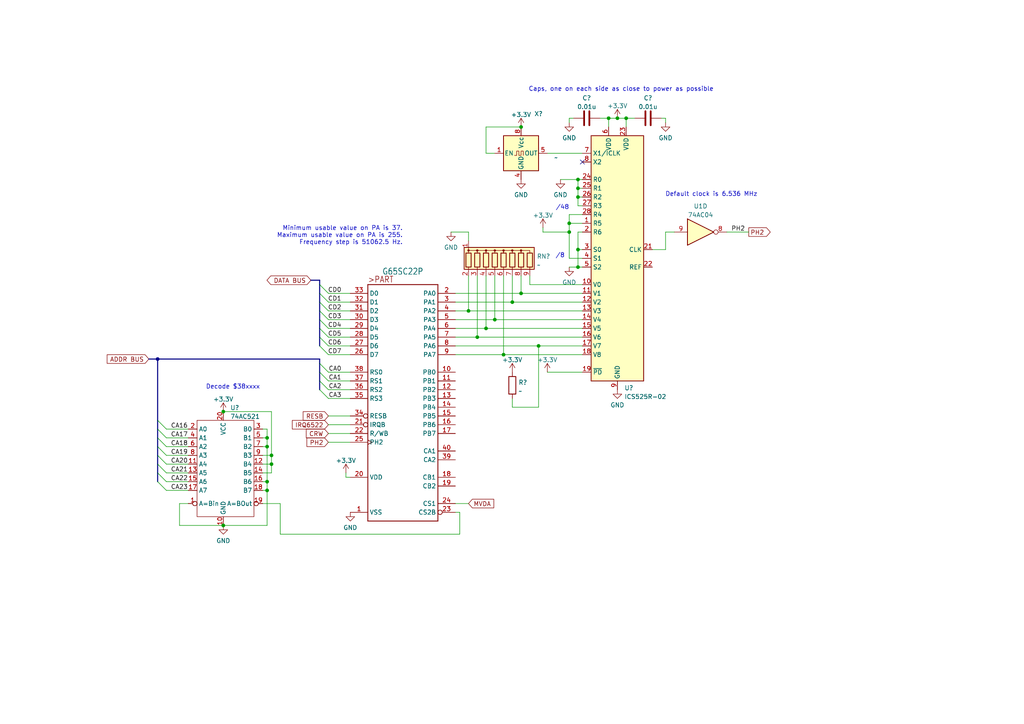
<source format=kicad_sch>
(kicad_sch (version 20211123) (generator eeschema)
  (paper "A4")
  (lib_symbols
    (symbol "74xx:74LS04"
      (property "Reference" "U" (at 0 1.27 0))
      (property "Value" "74LS04" (at 0 -1.27 0))
      (symbol "74LS04_1_0"
        (polyline (pts (xy -3.81 3.81) (xy -3.81 -3.81) (xy 3.81 0) (xy -3.81 3.81)) (stroke (width 0.254)) (fill (type background)))
        (pin input line (at -7.62 0 0) (length 3.81) (name "~") (number "1"))
        (pin output inverted (at 7.62 0 180) (length 3.81) (name "~") (number "2"))
      )
      (symbol "74LS04_2_0"
        (polyline (pts (xy -3.81 3.81) (xy -3.81 -3.81) (xy 3.81 0) (xy -3.81 3.81)) (stroke (width 0.254)) (fill (type background)))
        (pin input line (at -7.62 0 0) (length 3.81) (name "~") (number "3"))
        (pin output inverted (at 7.62 0 180) (length 3.81) (name "~") (number "4"))
      )
      (symbol "74LS04_3_0"
        (polyline (pts (xy -3.81 3.81) (xy -3.81 -3.81) (xy 3.81 0) (xy -3.81 3.81)) (stroke (width 0.254)) (fill (type background)))
        (pin input line (at -7.62 0 0) (length 3.81) (name "~") (number "5"))
        (pin output inverted (at 7.62 0 180) (length 3.81) (name "~") (number "6"))
      )
      (symbol "74LS04_4_0"
        (polyline (pts (xy -3.81 3.81) (xy -3.81 -3.81) (xy 3.81 0) (xy -3.81 3.81)) (stroke (width 0.254)) (fill (type background)))
        (pin output inverted (at 7.62 0 180) (length 3.81) (name "~") (number "8"))
        (pin input line (at -7.62 0 0) (length 3.81) (name "~") (number "9"))
      )
      (symbol "74LS04_5_0"
        (polyline (pts (xy -3.81 3.81) (xy -3.81 -3.81) (xy 3.81 0) (xy -3.81 3.81)) (stroke (width 0.254)) (fill (type background)))
        (pin output inverted (at 7.62 0 180) (length 3.81) (name "~") (number "10"))
        (pin input line (at -7.62 0 0) (length 3.81) (name "~") (number "11"))
      )
      (symbol "74LS04_6_0"
        (polyline (pts (xy -3.81 3.81) (xy -3.81 -3.81) (xy 3.81 0) (xy -3.81 3.81)) (stroke (width 0.254)) (fill (type background)))
        (pin output inverted (at 7.62 0 180) (length 3.81) (name "~") (number "12"))
        (pin input line (at -7.62 0 0) (length 3.81) (name "~") (number "13"))
      )
      (symbol "74LS04_7_0"
        (pin power_in line (at 0 12.7 270) (length 5.08) (name "VCC") (number "14"))
        (pin power_in line (at 0 -12.7 90) (length 5.08) (name "GND") (number "7"))
      )
      (symbol "74LS04_7_1"
        (rectangle (start -5.08 7.62) (end 5.08 -7.62) (stroke (width 0.254)) (fill (type background)))
      )
    )
    (symbol "Device:C" (pin_numbers hide) (pin_names (offset 0.254))
      (property "Reference" "C" (at 0.635 2.54 0))
      (property "Value" "C" (at 0.635 -2.54 0))
      (symbol "C_0_1"
        (polyline (pts (xy -2.032 -0.762) (xy 2.032 -0.762)) (stroke (width 0.508)))
        (polyline (pts (xy -2.032 0.762) (xy 2.032 0.762)) (stroke (width 0.508)))
      )
      (symbol "C_1_1"
        (pin passive line (at 0 3.81 270) (length 2.794) (name "~") (number "1"))
        (pin passive line (at 0 -3.81 90) (length 2.794) (name "~") (number "2"))
      )
    )
    (symbol "Device:R" (pin_numbers hide) (pin_names (offset 0))
      (property "Reference" "R" (at 2.032 0 90))
      (property "Value" "R" (at 0 0 90))
      (symbol "R_0_1"
        (rectangle (start -1.016 -2.54) (end 1.016 2.54) (stroke (width 0.254)))
      )
      (symbol "R_1_1"
        (pin passive line (at 0 3.81 270) (length 1.27) (name "~") (number "1"))
        (pin passive line (at 0 -3.81 90) (length 1.27) (name "~") (number "2"))
      )
    )
    (symbol "Device:R_Network08" (pin_names (offset 0) hide)
      (property "Reference" "RN" (at -12.7 0 90))
      (property "Value" "R_Network08" (at 10.16 0 90))
      (symbol "R_Network08_0_1"
        (rectangle (start -11.43 -3.175) (end 8.89 3.175) (stroke (width 0.254)) (fill (type background)))
        (rectangle (start -10.922 1.524) (end -9.398 -2.54) (stroke (width 0.254)))
        (circle (center -10.16 2.286) (radius 0.254) (fill (type outline)))
        (rectangle (start -8.382 1.524) (end -6.858 -2.54) (stroke (width 0.254)))
        (circle (center -7.62 2.286) (radius 0.254) (fill (type outline)))
        (rectangle (start -5.842 1.524) (end -4.318 -2.54) (stroke (width 0.254)))
        (circle (center -5.08 2.286) (radius 0.254) (fill (type outline)))
        (rectangle (start -3.302 1.524) (end -1.778 -2.54) (stroke (width 0.254)))
        (circle (center -2.54 2.286) (radius 0.254) (fill (type outline)))
        (rectangle (start -0.762 1.524) (end 0.762 -2.54) (stroke (width 0.254)))
        (polyline (pts (xy -10.16 -2.54) (xy -10.16 -3.81)))
        (polyline (pts (xy -7.62 -2.54) (xy -7.62 -3.81)))
        (polyline (pts (xy -5.08 -2.54) (xy -5.08 -3.81)))
        (polyline (pts (xy -2.54 -2.54) (xy -2.54 -3.81)))
        (polyline (pts (xy 0 -2.54) (xy 0 -3.81)))
        (polyline (pts (xy 2.54 -2.54) (xy 2.54 -3.81)))
        (polyline (pts (xy 5.08 -2.54) (xy 5.08 -3.81)))
        (polyline (pts (xy 7.62 -2.54) (xy 7.62 -3.81)))
        (polyline (pts (xy -10.16 1.524) (xy -10.16 2.286) (xy -7.62 2.286) (xy -7.62 1.524)))
        (polyline (pts (xy -7.62 1.524) (xy -7.62 2.286) (xy -5.08 2.286) (xy -5.08 1.524)))
        (polyline (pts (xy -5.08 1.524) (xy -5.08 2.286) (xy -2.54 2.286) (xy -2.54 1.524)))
        (polyline (pts (xy -2.54 1.524) (xy -2.54 2.286) (xy 0 2.286) (xy 0 1.524)))
        (polyline (pts (xy 0 1.524) (xy 0 2.286) (xy 2.54 2.286) (xy 2.54 1.524)))
        (polyline (pts (xy 2.54 1.524) (xy 2.54 2.286) (xy 5.08 2.286) (xy 5.08 1.524)))
        (polyline (pts (xy 5.08 1.524) (xy 5.08 2.286) (xy 7.62 2.286) (xy 7.62 1.524)))
        (circle (center 0 2.286) (radius 0.254) (fill (type outline)))
        (rectangle (start 1.778 1.524) (end 3.302 -2.54) (stroke (width 0.254)))
        (circle (center 2.54 2.286) (radius 0.254) (fill (type outline)))
        (rectangle (start 4.318 1.524) (end 5.842 -2.54) (stroke (width 0.254)))
        (circle (center 5.08 2.286) (radius 0.254) (fill (type outline)))
        (rectangle (start 6.858 1.524) (end 8.382 -2.54) (stroke (width 0.254)))
      )
      (symbol "R_Network08_1_1"
        (pin passive line (at -10.16 5.08 270) (length 2.54) (name "common") (number "1"))
        (pin passive line (at -10.16 -5.08 90) (length 1.27) (name "R1") (number "2"))
        (pin passive line (at -7.62 -5.08 90) (length 1.27) (name "R2") (number "3"))
        (pin passive line (at -5.08 -5.08 90) (length 1.27) (name "R3") (number "4"))
        (pin passive line (at -2.54 -5.08 90) (length 1.27) (name "R4") (number "5"))
        (pin passive line (at 0 -5.08 90) (length 1.27) (name "R5") (number "6"))
        (pin passive line (at 2.54 -5.08 90) (length 1.27) (name "R6") (number "7"))
        (pin passive line (at 5.08 -5.08 90) (length 1.27) (name "R7") (number "8"))
        (pin passive line (at 7.62 -5.08 90) (length 1.27) (name "R8") (number "9"))
      )
    )
    (symbol "MyLib:74F521"
      (property "Reference" "U" (at -1.27 -1.27 0))
      (property "Value" "74F521" (at 0 1.27 0))
      (symbol "74F521_0_1"
        (rectangle (start -8.89 12.7) (end 7.62 -15.24) (stroke (width 0.1524)))
      )
      (symbol "74F521_1_1"
        (pin input inverted (at -11.43 -11.43 0) (length 2.54) (name "A=Bin") (number "1"))
        (pin power_in line (at -1.27 -17.78 90) (length 2.54) (name "GND") (number "10"))
        (pin input line (at -11.43 0 0) (length 2.54) (name "A4") (number "11"))
        (pin input line (at 10.16 0 180) (length 2.54) (name "B4") (number "12"))
        (pin input line (at -11.43 -2.54 0) (length 2.54) (name "A5") (number "13"))
        (pin input line (at 10.16 -2.54 180) (length 2.54) (name "B5") (number "14"))
        (pin input line (at -11.43 -5.08 0) (length 2.54) (name "A6") (number "15"))
        (pin input line (at 10.16 -5.08 180) (length 2.54) (name "B6") (number "16"))
        (pin input line (at -11.43 -7.62 0) (length 2.54) (name "A7") (number "17"))
        (pin input line (at 10.16 -7.62 180) (length 2.54) (name "B7") (number "18"))
        (pin input inverted (at 10.16 -11.43 180) (length 2.54) (name "A=BOut") (number "19"))
        (pin input line (at -11.43 10.16 0) (length 2.54) (name "A0") (number "2"))
        (pin power_in line (at -1.27 15.24 270) (length 2.54) (name "VCC") (number "20"))
        (pin input line (at 10.16 10.16 180) (length 2.54) (name "B0") (number "3"))
        (pin input line (at -11.43 7.62 0) (length 2.54) (name "A1") (number "4"))
        (pin input line (at 10.16 7.62 180) (length 2.54) (name "B1") (number "5"))
        (pin input line (at -11.43 5.08 0) (length 2.54) (name "A2") (number "6"))
        (pin input line (at 10.16 5.08 180) (length 2.54) (name "B2") (number "7"))
        (pin input line (at -11.43 2.54 0) (length 2.54) (name "A3") (number "8"))
        (pin input line (at 10.16 2.54 180) (length 2.54) (name "B3") (number "9"))
      )
    )
    (symbol "MyLib:G65SC22P"
      (property "Value" "G65SC22P" (at -10.16 -43.18 0))
      (symbol "G65SC22P_1_0"
        (polyline (pts (xy -10.16 -40.64) (xy -10.16 27.94)) (stroke (width 0.254)))
        (polyline (pts (xy -10.16 27.94) (xy 10.16 27.94)) (stroke (width 0.254)))
        (polyline (pts (xy 10.16 -40.64) (xy -10.16 -40.64)) (stroke (width 0.254)))
        (polyline (pts (xy 10.16 27.94) (xy 10.16 -40.64)) (stroke (width 0.254)))
        (text ">PART" (at -10.16 30.48 0) (effects (font (size 1.778 1.5113)) (justify left top)))
        (pin power_in line (at -15.24 -38.1 0) (length 5.08) (name "VSS") (number "1"))
        (pin bidirectional line (at 15.24 2.54 180) (length 5.08) (name "PB0") (number "10"))
        (pin bidirectional line (at 15.24 0 180) (length 5.08) (name "PB1") (number "11"))
        (pin bidirectional line (at 15.24 -2.54 180) (length 5.08) (name "PB2") (number "12"))
        (pin bidirectional line (at 15.24 -5.08 180) (length 5.08) (name "PB3") (number "13"))
        (pin bidirectional line (at 15.24 -7.62 180) (length 5.08) (name "PB4") (number "14"))
        (pin bidirectional line (at 15.24 -10.16 180) (length 5.08) (name "PB5") (number "15"))
        (pin bidirectional line (at 15.24 -12.7 180) (length 5.08) (name "PB6") (number "16"))
        (pin bidirectional line (at 15.24 -15.24 180) (length 5.08) (name "PB7") (number "17"))
        (pin bidirectional line (at 15.24 -27.94 180) (length 5.08) (name "CB1") (number "18"))
        (pin bidirectional line (at 15.24 -30.48 180) (length 5.08) (name "CB2") (number "19"))
        (pin bidirectional line (at 15.24 25.4 180) (length 5.08) (name "PA0") (number "2"))
        (pin power_in line (at -15.24 -27.94 0) (length 5.08) (name "VDD") (number "20"))
        (pin output inverted (at -15.24 -12.7 0) (length 5.08) (name "IRQB") (number "21"))
        (pin input line (at -15.24 -15.24 0) (length 5.08) (name "R/WB") (number "22"))
        (pin input inverted (at 15.24 -38.1 180) (length 5.08) (name "CS2B") (number "23"))
        (pin input line (at 15.24 -35.56 180) (length 5.08) (name "CS1") (number "24"))
        (pin input clock (at -15.24 -17.78 0) (length 5.08) (name "PH2") (number "25"))
        (pin bidirectional line (at -15.24 7.62 0) (length 5.08) (name "D7") (number "26"))
        (pin bidirectional line (at -15.24 10.16 0) (length 5.08) (name "D6") (number "27"))
        (pin bidirectional line (at -15.24 12.7 0) (length 5.08) (name "D5") (number "28"))
        (pin bidirectional line (at -15.24 15.24 0) (length 5.08) (name "D4") (number "29"))
        (pin bidirectional line (at 15.24 22.86 180) (length 5.08) (name "PA1") (number "3"))
        (pin bidirectional line (at -15.24 17.78 0) (length 5.08) (name "D3") (number "30"))
        (pin bidirectional line (at -15.24 20.32 0) (length 5.08) (name "D2") (number "31"))
        (pin bidirectional line (at -15.24 22.86 0) (length 5.08) (name "D1") (number "32"))
        (pin bidirectional line (at -15.24 25.4 0) (length 5.08) (name "D0") (number "33"))
        (pin input inverted (at -15.24 -10.16 0) (length 5.08) (name "RESB") (number "34"))
        (pin input line (at -15.24 -5.08 0) (length 5.08) (name "RS3") (number "35"))
        (pin input line (at -15.24 -2.54 0) (length 5.08) (name "RS2") (number "36"))
        (pin input line (at -15.24 0 0) (length 5.08) (name "RS1") (number "37"))
        (pin input line (at -15.24 2.54 0) (length 5.08) (name "RS0") (number "38"))
        (pin bidirectional line (at 15.24 -22.86 180) (length 5.08) (name "CA2") (number "39"))
        (pin bidirectional line (at 15.24 20.32 180) (length 5.08) (name "PA2") (number "4"))
        (pin bidirectional line (at 15.24 -20.32 180) (length 5.08) (name "CA1") (number "40"))
        (pin bidirectional line (at 15.24 17.78 180) (length 5.08) (name "PA3") (number "5"))
        (pin bidirectional line (at 15.24 15.24 180) (length 5.08) (name "PA4") (number "6"))
        (pin bidirectional line (at 15.24 12.7 180) (length 5.08) (name "PA5") (number "7"))
        (pin bidirectional line (at 15.24 10.16 180) (length 5.08) (name "PA6") (number "8"))
        (pin bidirectional line (at 15.24 7.62 180) (length 5.08) (name "PA7") (number "9"))
      )
    )
    (symbol "Oscillator:CXO_DIP8" (pin_names (offset 0.254))
      (property "Reference" "X" (at -5.08 6.35 0))
      (property "Value" "CXO_DIP8" (at 1.27 -6.35 0))
      (symbol "CXO_DIP8_0_1"
        (rectangle (start -5.08 5.08) (end 5.08 -5.08) (stroke (width 0.254)) (fill (type background)))
        (polyline (pts (xy -1.905 -0.635) (xy -1.27 -0.635) (xy -1.27 0.635) (xy -0.635 0.635) (xy -0.635 -0.635) (xy 0 -0.635) (xy 0 0.635) (xy 0.635 0.635) (xy 0.635 -0.635)))
      )
      (symbol "CXO_DIP8_1_1"
        (pin input line (at -7.62 0 0) (length 2.54) (name "EN") (number "1"))
        (pin power_in line (at 0 -7.62 90) (length 2.54) (name "GND") (number "4"))
        (pin output line (at 7.62 0 180) (length 2.54) (name "OUT") (number "5"))
        (pin power_in line (at 0 7.62 270) (length 2.54) (name "Vcc") (number "8"))
      )
    )
    (symbol "Timer_PLL:ICS525R-02"
      (property "Reference" "U" (at -5.08 36.83 0))
      (property "Value" "ICS525R-02" (at 7.62 -36.83 0))
      (symbol "ICS525R-02_0_1"
        (rectangle (start -7.62 35.56) (end 7.62 -35.56) (stroke (width 0.254)) (fill (type background)))
      )
      (symbol "ICS525R-02_1_1"
        (pin input line (at -10.16 10.16 0) (length 2.54) (name "R5") (number "1"))
        (pin input line (at -10.16 -7.62 0) (length 2.54) (name "V0") (number "10"))
        (pin input line (at -10.16 -10.16 0) (length 2.54) (name "V1") (number "11"))
        (pin input line (at -10.16 -12.7 0) (length 2.54) (name "V2") (number "12"))
        (pin input line (at -10.16 -15.24 0) (length 2.54) (name "V3") (number "13"))
        (pin input line (at -10.16 -17.78 0) (length 2.54) (name "V4") (number "14"))
        (pin input line (at -10.16 -20.32 0) (length 2.54) (name "V5") (number "15"))
        (pin input line (at -10.16 -22.86 0) (length 2.54) (name "V6") (number "16"))
        (pin input line (at -10.16 -25.4 0) (length 2.54) (name "V7") (number "17"))
        (pin input line (at -10.16 -27.94 0) (length 2.54) (name "V8") (number "18"))
        (pin input line (at -10.16 -33.02 0) (length 2.54) (name "~{PD}") (number "19"))
        (pin input line (at -10.16 7.62 0) (length 2.54) (name "R6") (number "2"))
        (pin passive line (at 0 -38.1 90) (length 2.54) hide (name "GND") (number "20"))
        (pin tri_state line (at 10.16 2.54 180) (length 2.54) (name "CLK") (number "21"))
        (pin tri_state line (at 10.16 -2.54 180) (length 2.54) (name "REF") (number "22"))
        (pin power_in line (at 2.54 38.1 270) (length 2.54) (name "VDD") (number "23"))
        (pin input line (at -10.16 22.86 0) (length 2.54) (name "R0") (number "24"))
        (pin input line (at -10.16 20.32 0) (length 2.54) (name "R1") (number "25"))
        (pin input line (at -10.16 17.78 0) (length 2.54) (name "R2") (number "26"))
        (pin input line (at -10.16 15.24 0) (length 2.54) (name "R3") (number "27"))
        (pin input line (at -10.16 12.7 0) (length 2.54) (name "R4") (number "28"))
        (pin input line (at -10.16 2.54 0) (length 2.54) (name "S0") (number "3"))
        (pin input line (at -10.16 0 0) (length 2.54) (name "S1") (number "4"))
        (pin input line (at -10.16 -2.54 0) (length 2.54) (name "S2") (number "5"))
        (pin power_in line (at -2.54 38.1 270) (length 2.54) (name "VDD") (number "6"))
        (pin input line (at -10.16 30.48 0) (length 2.54) (name "X1/ICLK") (number "7"))
        (pin output line (at -10.16 27.94 0) (length 2.54) (name "X2") (number "8"))
        (pin power_in line (at 0 -38.1 90) (length 2.54) (name "GND") (number "9"))
      )
    )
    (symbol "power:+3.3V" (power) (pin_names (offset 0))
      (property "Value" "+3.3V" (at 0 3.556 0))
      (symbol "+3.3V_0_1"
        (polyline (pts (xy -0.762 1.27) (xy 0 2.54)))
        (polyline (pts (xy 0 0) (xy 0 2.54)))
        (polyline (pts (xy 0 2.54) (xy 0.762 1.27)))
      )
      (symbol "+3.3V_1_1"
        (pin power_in line (at 0 0 90) (length 0) hide (name "+3.3V") (number "1"))
      )
    )
    (symbol "power:GND" (power) (pin_names (offset 0))
      (property "Value" "GND" (at 0 -3.81 0))
      (symbol "GND_0_1"
        (polyline (pts (xy 0 0) (xy 0 -1.27) (xy 1.27 -1.27) (xy 0 -2.54) (xy -1.27 -1.27) (xy 0 -1.27)))
      )
      (symbol "GND_1_1"
        (pin power_in line (at 0 0 270) (length 0) hide (name "GND") (number "1"))
      )
    )
  )
  (junction (at 181.61 34.29))
  (junction (at 77.47 129.54))
  (junction (at 176.53 34.29))
  (junction (at 165.1 64.77))
  (junction (at 77.47 139.7))
  (junction (at 167.64 72.39))
  (junction (at 45.72 104.14))
  (junction (at 143.51 92.71))
  (junction (at 167.64 52.07))
  (junction (at 140.97 95.25))
  (junction (at 156.21 100.33))
  (junction (at 151.13 85.09))
  (junction (at 179.07 34.29))
  (junction (at 138.43 97.79))
  (junction (at 165.1 67.31))
  (junction (at 77.47 142.24))
  (junction (at 167.64 57.15))
  (junction (at 146.05 102.87))
  (junction (at 148.59 87.63))
  (junction (at 167.64 77.47))
  (junction (at 135.89 90.17))
  (junction (at 77.47 127))
  (junction (at 64.77 152.4))
  (junction (at 151.13 36.83))
  (junction (at 64.77 119.38))
  (junction (at 167.64 54.61))
  (junction (at 78.74 134.62))
  (junction (at 78.74 132.08))
  (no_connect (at 168.91 46.99))
  (bus_entry (at 92.71 107.95) (size 2.54 2.54))
  (bus_entry (at 92.71 110.49) (size 2.54 2.54))
  (bus_entry (at 92.71 113.03) (size 2.54 2.54))
  (bus_entry (at 92.71 105.41) (size 2.54 2.54))
  (bus_entry (at 92.71 100.33) (size 2.54 2.54))
  (bus_entry (at 92.71 97.79) (size 2.54 2.54))
  (bus_entry (at 92.71 90.17) (size 2.54 2.54))
  (bus_entry (at 92.71 87.63) (size 2.54 2.54))
  (bus_entry (at 92.71 82.55) (size 2.54 2.54))
  (bus_entry (at 92.71 85.09) (size 2.54 2.54))
  (bus_entry (at 92.71 92.71) (size 2.54 2.54))
  (bus_entry (at 92.71 95.25) (size 2.54 2.54))
  (bus_entry (at 45.72 127) (size 2.54 2.54))
  (bus_entry (at 45.72 139.7) (size 2.54 2.54))
  (bus_entry (at 45.72 137.16) (size 2.54 2.54))
  (bus_entry (at 45.72 129.54) (size 2.54 2.54))
  (bus_entry (at 45.72 124.46) (size 2.54 2.54))
  (bus_entry (at 45.72 121.92) (size 2.54 2.54))
  (bus_entry (at 45.72 134.62) (size 2.54 2.54))
  (bus_entry (at 45.72 132.08) (size 2.54 2.54))
  (wire (pts (xy 143.51 92.71) (xy 168.91 92.71)))
  (wire (pts (xy 148.59 87.63) (xy 132.08 87.63)))
  (wire (pts (xy 140.97 95.25) (xy 168.91 95.25)))
  (wire (pts (xy 165.1 62.23) (xy 168.91 62.23)))
  (wire (pts (xy 78.74 137.16) (xy 78.74 134.62)))
  (wire (pts (xy 81.28 154.94) (xy 81.28 146.05)))
  (wire (pts (xy 78.74 134.62) (xy 78.74 132.08)))
  (wire (pts (xy 76.2 137.16) (xy 78.74 137.16)))
  (bus (pts (xy 92.71 81.28) (xy 90.17 81.28)))
  (wire (pts (xy 167.64 59.69) (xy 167.64 57.15)))
  (wire (pts (xy 77.47 152.4) (xy 64.77 152.4)))
  (wire (pts (xy 101.6 138.43) (xy 100.33 138.43)))
  (wire (pts (xy 168.91 67.31) (xy 167.64 67.31)))
  (wire (pts (xy 132.08 97.79) (xy 138.43 97.79)))
  (wire (pts (xy 165.1 62.23) (xy 165.1 64.77)))
  (wire (pts (xy 168.91 74.93) (xy 165.1 74.93)))
  (wire (pts (xy 54.61 137.16) (xy 48.26 137.16)))
  (wire (pts (xy 138.43 97.79) (xy 168.91 97.79)))
  (wire (pts (xy 179.07 34.29) (xy 181.61 34.29)))
  (wire (pts (xy 181.61 34.29) (xy 181.61 36.83)))
  (wire (pts (xy 151.13 80.01) (xy 151.13 85.09)))
  (wire (pts (xy 165.1 64.77) (xy 168.91 64.77)))
  (wire (pts (xy 76.2 139.7) (xy 77.47 139.7)))
  (wire (pts (xy 101.6 90.17) (xy 95.25 90.17)))
  (bus (pts (xy 45.72 124.46) (xy 45.72 121.92)))
  (wire (pts (xy 143.51 80.01) (xy 143.51 92.71)))
  (wire (pts (xy 173.99 34.29) (xy 176.53 34.29)))
  (wire (pts (xy 165.1 74.93) (xy 165.1 67.31)))
  (wire (pts (xy 151.13 85.09) (xy 168.91 85.09)))
  (wire (pts (xy 78.74 132.08) (xy 78.74 119.38)))
  (wire (pts (xy 101.6 120.65) (xy 95.25 120.65)))
  (wire (pts (xy 133.35 154.94) (xy 81.28 154.94)))
  (wire (pts (xy 210.82 67.31) (xy 217.17 67.31)))
  (wire (pts (xy 77.47 124.46) (xy 77.47 127)))
  (wire (pts (xy 167.64 54.61) (xy 167.64 52.07)))
  (wire (pts (xy 101.6 107.95) (xy 95.25 107.95)))
  (wire (pts (xy 167.64 52.07) (xy 162.56 52.07)))
  (wire (pts (xy 146.05 102.87) (xy 168.91 102.87)))
  (wire (pts (xy 101.6 85.09) (xy 95.25 85.09)))
  (bus (pts (xy 45.72 104.14) (xy 43.18 104.14)))
  (bus (pts (xy 45.72 132.08) (xy 45.72 129.54)))
  (wire (pts (xy 135.89 67.31) (xy 135.89 69.85)))
  (bus (pts (xy 45.72 137.16) (xy 45.72 134.62)))
  (bus (pts (xy 92.71 105.41) (xy 92.71 104.14)))
  (wire (pts (xy 52.07 146.05) (xy 52.07 152.4)))
  (wire (pts (xy 54.61 129.54) (xy 48.26 129.54)))
  (wire (pts (xy 148.59 118.11) (xy 148.59 115.57)))
  (bus (pts (xy 45.72 139.7) (xy 45.72 137.16)))
  (wire (pts (xy 54.61 142.24) (xy 48.26 142.24)))
  (wire (pts (xy 167.64 57.15) (xy 167.64 54.61)))
  (bus (pts (xy 45.72 121.92) (xy 45.72 104.14)))
  (wire (pts (xy 77.47 129.54) (xy 77.47 139.7)))
  (wire (pts (xy 101.6 113.03) (xy 95.25 113.03)))
  (wire (pts (xy 101.6 110.49) (xy 95.25 110.49)))
  (wire (pts (xy 193.04 67.31) (xy 193.04 72.39)))
  (wire (pts (xy 153.67 80.01) (xy 153.67 82.55)))
  (wire (pts (xy 176.53 36.83) (xy 176.53 34.29)))
  (wire (pts (xy 167.64 67.31) (xy 167.64 72.39)))
  (wire (pts (xy 78.74 119.38) (xy 64.77 119.38)))
  (wire (pts (xy 156.21 100.33) (xy 168.91 100.33)))
  (wire (pts (xy 140.97 95.25) (xy 132.08 95.25)))
  (wire (pts (xy 77.47 127) (xy 77.47 129.54)))
  (wire (pts (xy 193.04 67.31) (xy 195.58 67.31)))
  (wire (pts (xy 101.6 92.71) (xy 95.25 92.71)))
  (bus (pts (xy 92.71 87.63) (xy 92.71 85.09)))
  (wire (pts (xy 54.61 134.62) (xy 48.26 134.62)))
  (wire (pts (xy 168.91 72.39) (xy 167.64 72.39)))
  (wire (pts (xy 132.08 90.17) (xy 135.89 90.17)))
  (wire (pts (xy 101.6 123.19) (xy 95.25 123.19)))
  (wire (pts (xy 165.1 34.29) (xy 165.1 35.56)))
  (wire (pts (xy 101.6 115.57) (xy 95.25 115.57)))
  (wire (pts (xy 54.61 132.08) (xy 48.26 132.08)))
  (wire (pts (xy 140.97 36.83) (xy 151.13 36.83)))
  (wire (pts (xy 76.2 124.46) (xy 77.47 124.46)))
  (wire (pts (xy 166.37 34.29) (xy 165.1 34.29)))
  (wire (pts (xy 189.23 72.39) (xy 193.04 72.39)))
  (wire (pts (xy 133.35 148.59) (xy 133.35 154.94)))
  (wire (pts (xy 76.2 127) (xy 77.47 127)))
  (bus (pts (xy 45.72 127) (xy 45.72 124.46)))
  (wire (pts (xy 168.91 57.15) (xy 167.64 57.15)))
  (wire (pts (xy 165.1 77.47) (xy 167.64 77.47)))
  (wire (pts (xy 100.33 138.43) (xy 100.33 137.16)))
  (wire (pts (xy 76.2 134.62) (xy 78.74 134.62)))
  (wire (pts (xy 76.2 132.08) (xy 78.74 132.08)))
  (wire (pts (xy 101.6 125.73) (xy 95.25 125.73)))
  (wire (pts (xy 156.21 100.33) (xy 156.21 118.11)))
  (bus (pts (xy 92.71 100.33) (xy 92.71 97.79)))
  (wire (pts (xy 101.6 100.33) (xy 95.25 100.33)))
  (wire (pts (xy 167.64 72.39) (xy 167.64 77.47)))
  (wire (pts (xy 176.53 34.29) (xy 179.07 34.29)))
  (bus (pts (xy 92.71 104.14) (xy 45.72 104.14)))
  (wire (pts (xy 157.48 67.31) (xy 157.48 66.04)))
  (wire (pts (xy 193.04 34.29) (xy 193.04 35.56)))
  (wire (pts (xy 64.77 152.4) (xy 52.07 152.4)))
  (wire (pts (xy 153.67 82.55) (xy 168.91 82.55)))
  (wire (pts (xy 151.13 85.09) (xy 132.08 85.09)))
  (wire (pts (xy 168.91 54.61) (xy 167.64 54.61)))
  (wire (pts (xy 76.2 129.54) (xy 77.47 129.54)))
  (wire (pts (xy 146.05 80.01) (xy 146.05 102.87)))
  (wire (pts (xy 132.08 102.87) (xy 146.05 102.87)))
  (wire (pts (xy 101.6 97.79) (xy 95.25 97.79)))
  (wire (pts (xy 158.75 44.45) (xy 168.91 44.45)))
  (wire (pts (xy 157.48 67.31) (xy 165.1 67.31)))
  (wire (pts (xy 168.91 59.69) (xy 167.64 59.69)))
  (wire (pts (xy 135.89 146.05) (xy 132.08 146.05)))
  (wire (pts (xy 54.61 127) (xy 48.26 127)))
  (wire (pts (xy 135.89 67.31) (xy 130.81 67.31)))
  (wire (pts (xy 148.59 118.11) (xy 156.21 118.11)))
  (wire (pts (xy 101.6 102.87) (xy 95.25 102.87)))
  (wire (pts (xy 54.61 139.7) (xy 48.26 139.7)))
  (bus (pts (xy 92.71 82.55) (xy 92.71 81.28)))
  (wire (pts (xy 181.61 34.29) (xy 184.15 34.29)))
  (wire (pts (xy 132.08 100.33) (xy 156.21 100.33)))
  (bus (pts (xy 92.71 90.17) (xy 92.71 87.63)))
  (wire (pts (xy 167.64 77.47) (xy 168.91 77.47)))
  (bus (pts (xy 92.71 95.25) (xy 92.71 92.71)))
  (wire (pts (xy 140.97 80.01) (xy 140.97 95.25)))
  (wire (pts (xy 138.43 80.01) (xy 138.43 97.79)))
  (bus (pts (xy 45.72 129.54) (xy 45.72 127)))
  (wire (pts (xy 81.28 146.05) (xy 76.2 146.05)))
  (wire (pts (xy 148.59 80.01) (xy 148.59 87.63)))
  (wire (pts (xy 77.47 142.24) (xy 77.47 152.4)))
  (wire (pts (xy 101.6 128.27) (xy 95.25 128.27)))
  (wire (pts (xy 135.89 80.01) (xy 135.89 90.17)))
  (wire (pts (xy 191.77 34.29) (xy 193.04 34.29)))
  (bus (pts (xy 45.72 134.62) (xy 45.72 132.08)))
  (wire (pts (xy 101.6 95.25) (xy 95.25 95.25)))
  (bus (pts (xy 92.71 92.71) (xy 92.71 90.17)))
  (wire (pts (xy 135.89 90.17) (xy 168.91 90.17)))
  (wire (pts (xy 140.97 44.45) (xy 140.97 36.83)))
  (bus (pts (xy 92.71 110.49) (xy 92.71 107.95)))
  (wire (pts (xy 77.47 139.7) (xy 77.47 142.24)))
  (wire (pts (xy 76.2 142.24) (xy 77.47 142.24)))
  (wire (pts (xy 165.1 64.77) (xy 165.1 67.31)))
  (bus (pts (xy 92.71 107.95) (xy 92.71 105.41)))
  (wire (pts (xy 168.91 107.95) (xy 158.75 107.95)))
  (bus (pts (xy 92.71 113.03) (xy 92.71 110.49)))
  (bus (pts (xy 92.71 85.09) (xy 92.71 82.55)))
  (wire (pts (xy 54.61 146.05) (xy 52.07 146.05)))
  (wire (pts (xy 132.08 148.59) (xy 133.35 148.59)))
  (wire (pts (xy 143.51 92.71) (xy 132.08 92.71)))
  (wire (pts (xy 54.61 124.46) (xy 48.26 124.46)))
  (wire (pts (xy 167.64 52.07) (xy 168.91 52.07)))
  (wire (pts (xy 148.59 87.63) (xy 168.91 87.63)))
  (wire (pts (xy 101.6 87.63) (xy 95.25 87.63)))
  (bus (pts (xy 92.71 97.79) (xy 92.71 95.25)))
  (wire (pts (xy 143.51 44.45) (xy 140.97 44.45)))
  (text "/48" (at 165.1 60.96 180) (effects (font (size 1.27 1.27)) (justify right bottom)))
  (text "Default clock is 6.536 MHz" (at 219.71 57.15 180) (effects (font (size 1.27 1.27)) (justify right bottom)))
  (text "Decode $38xxxx" (at 59.69 113.03 0) (effects (font (size 1.27 1.27)) (justify left bottom)))
  (text "Minimum usable value on PA is 37.\nMaximum usable value on PA is 255.\nFrequency step is 51062.5 Hz." (at 116.84 71.12 0) (effects (font (size 1.27 1.27)) (justify right bottom)))
  (text "Caps, one on each side as close to power as possible" (at 207.01 26.67 0) (effects (font (size 1.27 1.27)) (justify right bottom)))
  (text "/8" (at 163.83 74.93 180) (effects (font (size 1.27 1.27)) (justify right bottom)))
  (label "CA2" (at 99.06 113.03 180))
  (label "CA21" (at 49.53 137.16 0))
  (label "CA23" (at 49.53 142.24 0))
  (label "CD4" (at 99.06 95.25 180))
  (label "CA16" (at 49.53 124.46 0))
  (label "CD7" (at 99.06 102.87 180))
  (label "CD2" (at 99.06 90.17 180))
  (label "CA19" (at 49.53 132.08 0))
  (label "CD3" (at 99.06 92.71 180))
  (label "CA22" (at 49.53 139.7 0))
  (label "CD0" (at 99.06 85.09 180))
  (label "CA0" (at 99.06 107.95 180))
  (label "CA20" (at 49.53 134.62 0))
  (label "CA3" (at 99.06 115.57 180))
  (label "CD6" (at 99.06 100.33 180))
  (label "CD1" (at 99.06 87.63 180))
  (label "PH2" (at 212.09 67.31 0))
  (label "CA1" (at 99.06 110.49 180))
  (label "CA18" (at 49.53 129.54 0))
  (label "CA17" (at 49.53 127 0))
  (label "CD5" (at 99.06 97.79 180))
  (global_label "DATA BUS" (shape bidirectional) (at 90.17 81.28 180) (property "Intersheet References" "${INTERSHEET_REFS}" (effects hide)))
  (global_label "MVDA" (shape input) (at 135.89 146.05 0) (property "Intersheet References" "${INTERSHEET_REFS}" (effects hide)))
  (global_label "ADDR BUS" (shape input) (at 43.18 104.14 180) (property "Intersheet References" "${INTERSHEET_REFS}" (effects hide)))
  (global_label "PH2" (shape input) (at 95.25 128.27 180) (property "Intersheet References" "${INTERSHEET_REFS}" (effects hide)))
  (global_label "RESB" (shape input) (at 95.25 120.65 180) (property "Intersheet References" "${INTERSHEET_REFS}" (effects hide)))
  (global_label "CRW" (shape input) (at 95.25 125.73 180) (property "Intersheet References" "${INTERSHEET_REFS}" (effects hide)))
  (global_label "PH2" (shape output) (at 217.17 67.31 0) (property "Intersheet References" "${INTERSHEET_REFS}" (effects hide)))
  (global_label "IRQ6522" (shape input) (at 95.25 123.19 180) (property "Intersheet References" "${INTERSHEET_REFS}" (effects hide)))
  (symbol (lib_id "power:GND") (at 179.07 113.03 0) (unit 1)
    (property "Reference" "#PWR?" (effects hide))
    (property "Value" "GND" (at 179.07 117.4734 0))
  )
  (symbol (lib_id "power:+3.3V") (at 148.59 107.95 0) (unit 1)
    (property "Reference" "#PWR?" (effects hide))
    (property "Value" "+3.3V" (at 148.59 104.3742 0))
  )
  (symbol (lib_id "power:GND") (at 151.13 52.07 0) (unit 1)
    (property "Reference" "#PWR?" (effects hide))
    (property "Value" "GND" (at 151.13 56.5134 0))
  )
  (symbol (lib_id "power:+3.3V") (at 158.75 107.95 0) (unit 1)
    (property "Reference" "#PWR?" (effects hide))
    (property "Value" "+3.3V" (at 158.75 104.3742 0))
  )
  (symbol (lib_id "power:GND") (at 165.1 35.56 0) (unit 1)
    (property "Reference" "#PWR?" (effects hide))
    (property "Value" "GND" (at 165.1 40.0034 0))
  )
  (symbol (lib_id "power:GND") (at 130.81 67.31 0) (unit 1)
    (property "Reference" "#PWR?" (effects hide))
    (property "Value" "GND" (at 130.81 71.7534 0))
  )
  (symbol (lib_id "power:+3.3V") (at 179.07 34.29 0) (unit 1)
    (property "Reference" "#PWR?" (effects hide))
    (property "Value" "+3.3V" (at 179.07 30.7142 0))
  )
  (symbol (lib_id "power:+3.3V") (at 100.33 137.16 0) (unit 1)
    (property "Reference" "#PWR?" (effects hide))
    (property "Value" "+3.3V" (at 100.33 133.5842 0))
  )
  (symbol (lib_id "power:GND") (at 162.56 52.07 0) (unit 1)
    (property "Reference" "#PWR?" (effects hide))
    (property "Value" "GND" (at 162.56 56.5134 0))
  )
  (symbol (lib_id "power:GND") (at 165.1 77.47 0) (unit 1)
    (property "Reference" "#PWR?" (effects hide))
    (property "Value" "GND" (at 165.1 81.9134 0))
  )
  (symbol (lib_id "Device:R_Network08") (at 146.05 74.93 0) (unit 1)
    (property "Reference" "RN?" (at 155.702 74.3493 0) (effects (justify left)))
    (property "Value" "~" (at 155.702 76.8862 0) (effects (justify left)))
    (property "Datasheet" "http://www.vishay.com/docs/31509/csc.pdf" (effects hide))
  )
  (symbol (lib_id "power:GND") (at 101.6 148.59 0) (unit 1)
    (property "Reference" "#PWR?" (effects hide))
    (property "Value" "GND" (at 101.6 153.0334 0))
  )
  (symbol (lib_id "74xx:74LS04") (at 203.2 67.31 0) (unit 4)
    (property "Reference" "U1" (at 203.2 59.8002 0))
    (property "Value" "74AC04" (at 203.2 62.3371 0))
    (property "Datasheet" "http://www.ti.com/lit/gpn/sn74LS04" (effects hide))
  )
  (symbol (lib_id "Device:C") (at 170.18 34.29 90) (unit 1)
    (property "Reference" "C?" (at 170.18 28.4312 90))
    (property "Value" "0.01u" (at 170.18 30.9681 90))
  )
  (symbol (lib_id "Device:C") (at 187.96 34.29 90) (unit 1)
    (property "Reference" "C?" (at 187.96 28.4312 90))
    (property "Value" "0.01u" (at 187.96 30.9681 90))
  )
  (symbol (lib_id "Device:R") (at 148.59 111.76 0) (unit 1)
    (property "Reference" "R?" (at 150.368 110.9253 0) (effects (justify left)))
    (property "Value" "~" (at 150.368 113.4622 0) (effects (justify left)))
  )
  (symbol (lib_id "MyLib:G65SC22P") (at 116.84 110.49 0) (unit 1)
    (property "Reference" "U?" (effects hide))
    (property "Value" "G65SC22P" (at 116.84 78.7288 0) (effects (font (size 1.778 1.5113))))
    (property "Footprint" "FAL65816_Audio:DIP-40" (effects hide))
  )
  (symbol (lib_id "Oscillator:CXO_DIP8") (at 151.13 44.45 0) (unit 1)
    (property "Reference" "X?" (at 156.21 33.02 0))
    (property "Value" "~" (at 161.29 45.72 0))
    (property "Datasheet" "http://cdn-reichelt.de/documents/datenblatt/B400/OSZI.pdf" (effects hide))
  )
  (symbol (lib_id "Timer_PLL:ICS525R-02") (at 179.07 74.93 0) (unit 1)
    (property "Reference" "U?" (at 181.0894 112.5204 0) (effects (justify left)))
    (property "Value" "ICS525R-02" (at 181.0894 115.0573 0) (effects (justify left)))
    (property "Footprint" "Package_SO:SSOP-28_3.9x9.9mm_P0.635mm" (effects hide))
    (property "Datasheet" "https://www.idt.com/document/dst/525-01-02-datasheet" (effects hide))
  )
  (symbol (lib_id "power:+3.3V") (at 64.77 119.38 0) (unit 1)
    (property "Reference" "#PWR?" (effects hide))
    (property "Value" "+3.3V" (at 64.77 115.8042 0))
  )
  (symbol (lib_id "power:GND") (at 64.77 152.4 0) (unit 1)
    (property "Reference" "#PWR?" (effects hide))
    (property "Value" "GND" (at 64.77 156.8434 0))
  )
  (symbol (lib_id "power:GND") (at 193.04 35.56 0) (unit 1)
    (property "Reference" "#PWR?" (effects hide))
    (property "Value" "GND" (at 193.04 40.0034 0))
  )
  (symbol (lib_id "power:+3.3V") (at 151.13 36.83 0) (unit 1)
    (property "Reference" "#PWR?" (effects hide))
    (property "Value" "+3.3V" (at 151.13 33.2542 0))
  )
  (symbol (lib_id "power:+3.3V") (at 157.48 66.04 0) (unit 1)
    (property "Reference" "#PWR?" (effects hide))
    (property "Value" "+3.3V" (at 157.48 62.4642 0))
  )
  (symbol (lib_id "MyLib:74F521") (at 66.04 134.62 0) (unit 1)
    (property "Reference" "U?" (at 66.7894 118.271 0) (effects (justify left)))
    (property "Value" "74AC521" (at 66.7894 120.8079 0) (effects (justify left)))
  )
)
</source>
